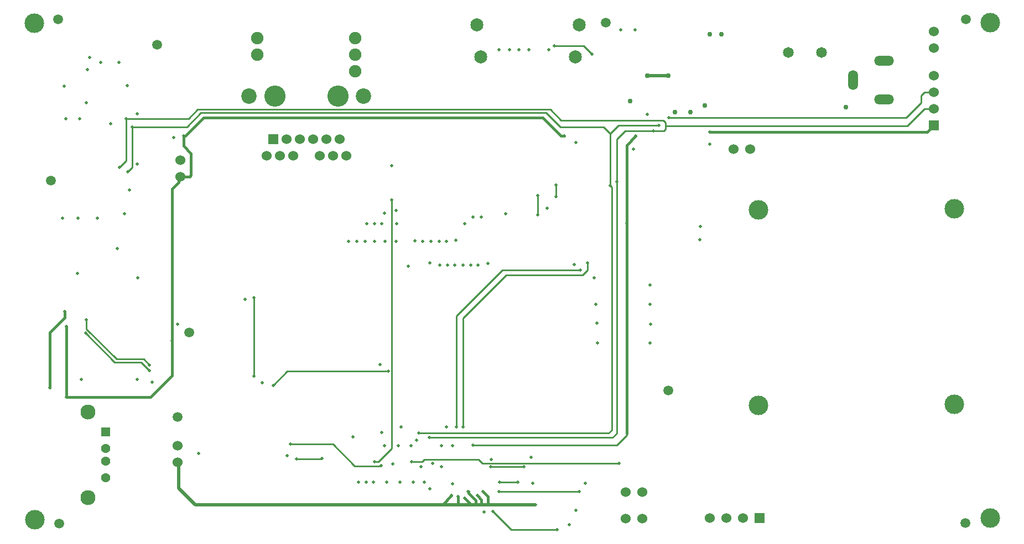
<source format=gbl>
G04*
G04 #@! TF.GenerationSoftware,Altium Limited,Altium Designer,24.2.2 (26)*
G04*
G04 Layer_Physical_Order=4*
G04 Layer_Color=16711680*
%FSLAX44Y44*%
%MOMM*%
G71*
G04*
G04 #@! TF.SameCoordinates,645CA30E-D4FA-4833-928D-5676ED25105E*
G04*
G04*
G04 #@! TF.FilePolarity,Positive*
G04*
G01*
G75*
%ADD12C,0.5080*%
%ADD14C,0.2540*%
%ADD66C,1.5000*%
%ADD68C,0.3810*%
%ADD70O,3.0160X1.5080*%
%ADD71O,1.5080X3.0160*%
%ADD72C,1.5240*%
%ADD73R,1.5240X1.5240*%
%ADD74C,3.2512*%
%ADD75C,1.9050*%
%ADD76C,2.3622*%
%ADD77C,1.9950*%
%ADD78C,1.6500*%
%ADD79C,1.4280*%
%ADD80R,1.5240X1.5240*%
%ADD81C,2.3000*%
%ADD82R,1.4280X1.4280*%
%ADD83C,0.5080*%
%ADD84C,3.0000*%
%ADD85C,0.7620*%
%ADD86C,3.0000*%
D12*
X699770Y45720D02*
X707390D01*
X692150D02*
X699770D01*
X647700D02*
X671830D01*
X269240D02*
X647700D01*
X671830D02*
X692150D01*
X960882Y703580D02*
X993140D01*
X243840Y71120D02*
X269240Y45720D01*
X243840Y71120D02*
Y109220D01*
X242570Y110490D02*
X243840Y109220D01*
X707390Y45720D02*
X717550D01*
X789940D01*
D14*
X708660Y109220D02*
X918210D01*
X619610Y114808D02*
X703072D01*
X708660Y109220D01*
X812800Y651510D02*
X829310Y635000D01*
X259080Y637540D02*
X273050Y651510D01*
X812800D01*
X570230Y132080D02*
Y513080D01*
X543560Y111760D02*
X549910D01*
X570230Y132080D01*
X753110Y7620D02*
X822960D01*
X725170Y35560D02*
X753110Y7620D01*
X904240Y614680D02*
X916940Y627380D01*
X979170D01*
X989330Y626110D02*
Y631190D01*
Y621030D02*
Y626110D01*
X986790Y618490D02*
X989330Y621030D01*
X985520Y635000D02*
X989330Y631190D01*
X970280Y618490D02*
X986790D01*
X829310Y635000D02*
X985520D01*
X989330Y626110D02*
X1358900D01*
X1385570Y652780D01*
X927100Y618490D02*
X970280D01*
X914400Y605790D02*
X927100Y618490D01*
X1385570Y678180D02*
X1399540D01*
X1380490Y661670D02*
Y673100D01*
X1385570Y678180D01*
X1357630Y638810D02*
X1380490Y661670D01*
X1385570Y652780D02*
X1399540D01*
X669290Y165100D02*
Y335280D01*
X679450Y165100D02*
Y331470D01*
X745490Y397510D01*
X627380Y148590D02*
X908050D01*
X914400Y154940D01*
X902186Y155426D02*
X906780Y160020D01*
X611356Y155426D02*
X902186D01*
X616562Y111760D02*
X619610Y114808D01*
X600710Y111760D02*
X616562D01*
X914400Y154940D02*
Y541020D01*
X906780Y160020D02*
Y531912D01*
X904240Y534452D02*
X906780Y531912D01*
X914400Y137160D02*
X929640Y152400D01*
X694690Y137160D02*
X914400D01*
X669290Y335280D02*
X739140Y405130D01*
X862330Y397510D02*
X869950Y405130D01*
Y416560D01*
X745490Y397510D02*
X862330D01*
X739140Y405130D02*
X858520D01*
X904240Y534452D02*
Y614680D01*
X734060Y66040D02*
X857250D01*
X735330Y80010D02*
X763270D01*
X278130Y646430D02*
X806450D01*
X172720Y624840D02*
X256540D01*
X278130Y646430D01*
X163830Y637540D02*
X259080D01*
X806450Y646430D02*
X828040Y624840D01*
X894080D01*
X904240Y614680D01*
X929640Y152400D02*
Y154940D01*
X166370Y556260D02*
X172720Y562610D01*
Y624840D01*
X914400Y541020D02*
Y605790D01*
X721360Y103632D02*
X772160D01*
X793750Y490220D02*
Y519430D01*
X410210Y250190D02*
X564642D01*
X388620Y228600D02*
X410210Y250190D01*
X994410Y638810D02*
X1357630D01*
X163830Y572770D02*
Y637540D01*
X153670Y562610D02*
X163830Y572770D01*
X863600Y749300D02*
X876300Y736600D01*
X819150Y749300D02*
X863600D01*
X359410Y242570D02*
Y363220D01*
X553234Y104924D02*
X553720Y105410D01*
X461593Y115570D02*
X462863Y116840D01*
X424180Y115570D02*
X461593D01*
X462863Y116840D02*
X463550D01*
X480060Y138430D02*
X513588Y104902D01*
X415290Y138430D02*
X480060D01*
X102870Y314960D02*
Y328930D01*
X821690Y518160D02*
Y535940D01*
X513588Y104902D02*
X548415D01*
X548437Y104924D01*
X553234D01*
X149352Y268478D02*
X190275D01*
X186690Y264160D02*
X199390Y251460D01*
X190275Y268478D02*
X198896Y259856D01*
X101459Y308469D02*
X101741D01*
X146050Y264160D01*
X102870Y314960D02*
X149352Y268478D01*
X146050Y264160D02*
X186690D01*
D66*
X897890Y784860D02*
D03*
X993140Y220980D02*
D03*
X242570Y180340D02*
D03*
X48260Y542290D02*
D03*
X210820Y750570D02*
D03*
X260350Y309880D02*
D03*
X1449070Y789940D02*
D03*
X1447800Y17780D02*
D03*
X60960Y16510D02*
D03*
X59690Y789940D02*
D03*
D68*
X698500Y46990D02*
X699770Y45720D01*
X687313Y62859D02*
Y65797D01*
X687070Y66040D02*
X687313Y65797D01*
Y62859D02*
X698500Y51672D01*
X647700Y45720D02*
X661670Y59690D01*
X681990Y55880D02*
X692150Y45720D01*
X1389380Y617220D02*
X1399540Y627380D01*
X929640Y154940D02*
Y596900D01*
X281940Y638810D02*
X801370D01*
X251703Y611113D02*
X254243D01*
X251460Y610870D02*
X251703Y611113D01*
X254243D02*
X281940Y638810D01*
X829310Y610870D02*
X834390D01*
X801370Y638810D02*
X829310Y610870D01*
X717550Y45720D02*
Y58420D01*
X709930Y66040D02*
X717550Y58420D01*
X698500Y46990D02*
Y51672D01*
X671830Y45720D02*
Y58420D01*
X262890Y550872D02*
Y584200D01*
X251460Y595630D02*
X262890Y584200D01*
X246380Y548640D02*
X260658D01*
X262890Y550872D01*
X251460Y595630D02*
Y610870D01*
X244193Y546453D02*
X246380Y548640D01*
X233680Y243840D02*
Y297180D01*
Y529590D01*
X200660Y210820D02*
X233680Y243840D01*
Y529590D02*
X244193Y540103D01*
Y546453D01*
X929640Y596900D02*
X943610Y610870D01*
X1056640Y617220D02*
X1389380D01*
X69850Y332740D02*
Y341630D01*
X707390Y45720D02*
Y53340D01*
X701040Y59690D02*
X707390Y53340D01*
X46990Y224790D02*
Y309880D01*
X69850Y332740D01*
X72390Y210820D02*
Y318770D01*
Y210820D02*
X200660D01*
D70*
X1323340Y666440D02*
D03*
Y726440D02*
D03*
D71*
X1276340Y696440D02*
D03*
D72*
X1056640Y25400D02*
D03*
X1082040D02*
D03*
X1107440D02*
D03*
X928370Y64770D02*
D03*
X953770D02*
D03*
X928370Y24130D02*
D03*
X953770D02*
D03*
X489966Y605790D02*
D03*
X500126Y580390D02*
D03*
X378206D02*
D03*
X418846D02*
D03*
X398526D02*
D03*
X429006Y605790D02*
D03*
X408686D02*
D03*
X469646D02*
D03*
X449326D02*
D03*
X479806Y580390D02*
D03*
X459486D02*
D03*
X242570Y110490D02*
D03*
Y135890D02*
D03*
X1399540Y652780D02*
D03*
Y678180D02*
D03*
Y703580D02*
D03*
Y770890D02*
D03*
Y745490D02*
D03*
X1093470Y590550D02*
D03*
X1118870D02*
D03*
X246380Y574040D02*
D03*
Y548640D02*
D03*
D73*
X1132840Y25400D02*
D03*
X388366Y605790D02*
D03*
D74*
X390906Y671830D02*
D03*
X487426D02*
D03*
D75*
X363982Y735330D02*
D03*
Y760730D02*
D03*
X514350Y709930D02*
D03*
Y735330D02*
D03*
Y760730D02*
D03*
D76*
X351282Y671830D02*
D03*
X527050D02*
D03*
D77*
X851250Y731550D02*
D03*
X706250D02*
D03*
X857250Y781050D02*
D03*
X700250D02*
D03*
D78*
X1228090Y739140D02*
D03*
X1177290D02*
D03*
D79*
X132410Y111920D02*
D03*
Y131920D02*
D03*
Y86920D02*
D03*
D80*
X1399540Y627380D02*
D03*
D81*
X105310Y56220D02*
D03*
Y187620D02*
D03*
D82*
X132410Y156920D02*
D03*
D83*
X866140Y78740D02*
D03*
X842010Y15240D02*
D03*
X711200Y34290D02*
D03*
X107950Y731520D02*
D03*
X203200Y233680D02*
D03*
X552450Y260350D02*
D03*
X372110Y232410D02*
D03*
X654050Y165100D02*
D03*
X849630Y414020D02*
D03*
X786130Y78740D02*
D03*
X783590Y118110D02*
D03*
X614680Y104140D02*
D03*
X662940Y77470D02*
D03*
X619760Y80010D02*
D03*
X694690Y486410D02*
D03*
X707390D02*
D03*
X681990Y476250D02*
D03*
X668020Y450850D02*
D03*
X882650Y353060D02*
D03*
X543560Y111760D02*
D03*
X822960Y7620D02*
D03*
X979170Y627380D02*
D03*
X970280Y618490D02*
D03*
X669290Y165100D02*
D03*
X679450D02*
D03*
X627380Y148590D02*
D03*
X611356Y155426D02*
D03*
X632460Y109220D02*
D03*
X646430Y103632D02*
D03*
X600710Y111760D02*
D03*
X608330Y144780D02*
D03*
X694690Y137160D02*
D03*
X858520Y405130D02*
D03*
X883920Y323850D02*
D03*
X725170Y35560D02*
D03*
X852170Y36830D02*
D03*
X605207Y449941D02*
D03*
X857250Y66040D02*
D03*
X734060D02*
D03*
X763270Y80010D02*
D03*
X735330D02*
D03*
X880110Y393700D02*
D03*
X503942Y448997D02*
D03*
X576580Y449580D02*
D03*
X516890D02*
D03*
X529590D02*
D03*
X543560D02*
D03*
X560070D02*
D03*
X595630Y411480D02*
D03*
X628650Y416560D02*
D03*
X554990Y156210D02*
D03*
X510540Y149860D02*
D03*
X519430Y80010D02*
D03*
X388620Y228600D02*
D03*
X885190Y293370D02*
D03*
X717550Y415290D02*
D03*
X543560Y476250D02*
D03*
X628650Y69850D02*
D03*
X558800Y492760D02*
D03*
X577342Y476250D02*
D03*
X701040Y59690D02*
D03*
X709930Y66040D02*
D03*
X687070D02*
D03*
X681990Y55880D02*
D03*
X671830Y58420D02*
D03*
X661670Y59690D02*
D03*
X571500Y107950D02*
D03*
X580390Y135890D02*
D03*
X558800D02*
D03*
X722630Y114808D02*
D03*
X603038Y80222D02*
D03*
X584200Y165100D02*
D03*
X1056640Y598170D02*
D03*
X852170Y600710D02*
D03*
X744220Y491490D02*
D03*
X807720Y500380D02*
D03*
X233680Y297180D02*
D03*
X1041400Y452120D02*
D03*
X1042670Y472440D02*
D03*
X180340Y645160D02*
D03*
X939800Y590550D02*
D03*
X242570Y322580D02*
D03*
X274320Y124460D02*
D03*
X961390Y643890D02*
D03*
X345440Y360680D02*
D03*
X180340Y567690D02*
D03*
X410210Y120650D02*
D03*
X236220Y608330D02*
D03*
X965200Y382270D02*
D03*
Y353060D02*
D03*
X966470Y322580D02*
D03*
X965200Y293370D02*
D03*
X617220Y449580D02*
D03*
X629920D02*
D03*
X642620D02*
D03*
X654050D02*
D03*
X690880Y413004D02*
D03*
X702310D02*
D03*
X643890D02*
D03*
X655189D02*
D03*
X679450D02*
D03*
X666750D02*
D03*
X929640Y477520D02*
D03*
X904240Y534670D02*
D03*
X869950Y416560D02*
D03*
X576580Y496570D02*
D03*
X918210Y109220D02*
D03*
X721360Y103632D02*
D03*
X772160D02*
D03*
X793750Y519430D02*
D03*
Y490220D02*
D03*
X564642Y250190D02*
D03*
X570230Y513080D02*
D03*
X764540Y742950D02*
D03*
X168910Y528320D02*
D03*
X172720Y624840D02*
D03*
X163830Y637540D02*
D03*
X920750Y773430D02*
D03*
X942340D02*
D03*
X570230Y565150D02*
D03*
X819150Y749300D02*
D03*
X530860Y80010D02*
D03*
X582930D02*
D03*
X251460Y610870D02*
D03*
X166370Y556260D02*
D03*
X153670Y562610D02*
D03*
X553720Y105410D02*
D03*
X463550Y116840D02*
D03*
X424180Y115570D02*
D03*
X415290Y138430D02*
D03*
X810260Y742950D02*
D03*
X750570D02*
D03*
X779780D02*
D03*
X599440Y135890D02*
D03*
X102870Y661670D02*
D03*
X1056640Y617220D02*
D03*
X994410Y638810D02*
D03*
X914400Y541020D02*
D03*
X943610Y610870D02*
D03*
X876300Y736600D02*
D03*
X66040Y485140D02*
D03*
X68580Y687070D02*
D03*
X71120Y637540D02*
D03*
X88900Y400050D02*
D03*
X90170Y485140D02*
D03*
X92710Y637540D02*
D03*
X104140Y712470D02*
D03*
X119380Y485140D02*
D03*
X124460Y723900D02*
D03*
X139700Y629920D02*
D03*
X149860Y438150D02*
D03*
X152541Y723759D02*
D03*
X161290Y491490D02*
D03*
X69850Y341630D02*
D03*
X72390Y318770D02*
D03*
X101459Y308469D02*
D03*
X102870Y328930D02*
D03*
X542290Y80010D02*
D03*
X532130Y476250D02*
D03*
X554990D02*
D03*
X789940Y45720D02*
D03*
X821690Y518160D02*
D03*
Y535940D02*
D03*
X734060Y742950D02*
D03*
X834390Y610870D02*
D03*
X562610Y80010D02*
D03*
X46990Y224790D02*
D03*
X72390Y210820D02*
D03*
X95250Y237490D02*
D03*
X180340D02*
D03*
X181610Y393700D02*
D03*
X198896Y259856D02*
D03*
X199390Y251460D02*
D03*
X359410Y242570D02*
D03*
Y363220D02*
D03*
X165100Y688340D02*
D03*
X646430Y135890D02*
D03*
X662940D02*
D03*
D84*
X24130Y22860D02*
D03*
X22860Y783590D02*
D03*
X1485900Y25400D02*
D03*
Y784860D02*
D03*
D85*
X960882Y703580D02*
D03*
X1027430Y647700D02*
D03*
X1264920Y655320D02*
D03*
X1003300Y647700D02*
D03*
X1049020Y657860D02*
D03*
X934720Y664210D02*
D03*
X993140Y703580D02*
D03*
X1074420Y767080D02*
D03*
X1056640D02*
D03*
D86*
X1131570Y198120D02*
D03*
X1431290Y199390D02*
D03*
Y499110D02*
D03*
X1131570Y497840D02*
D03*
M02*

</source>
